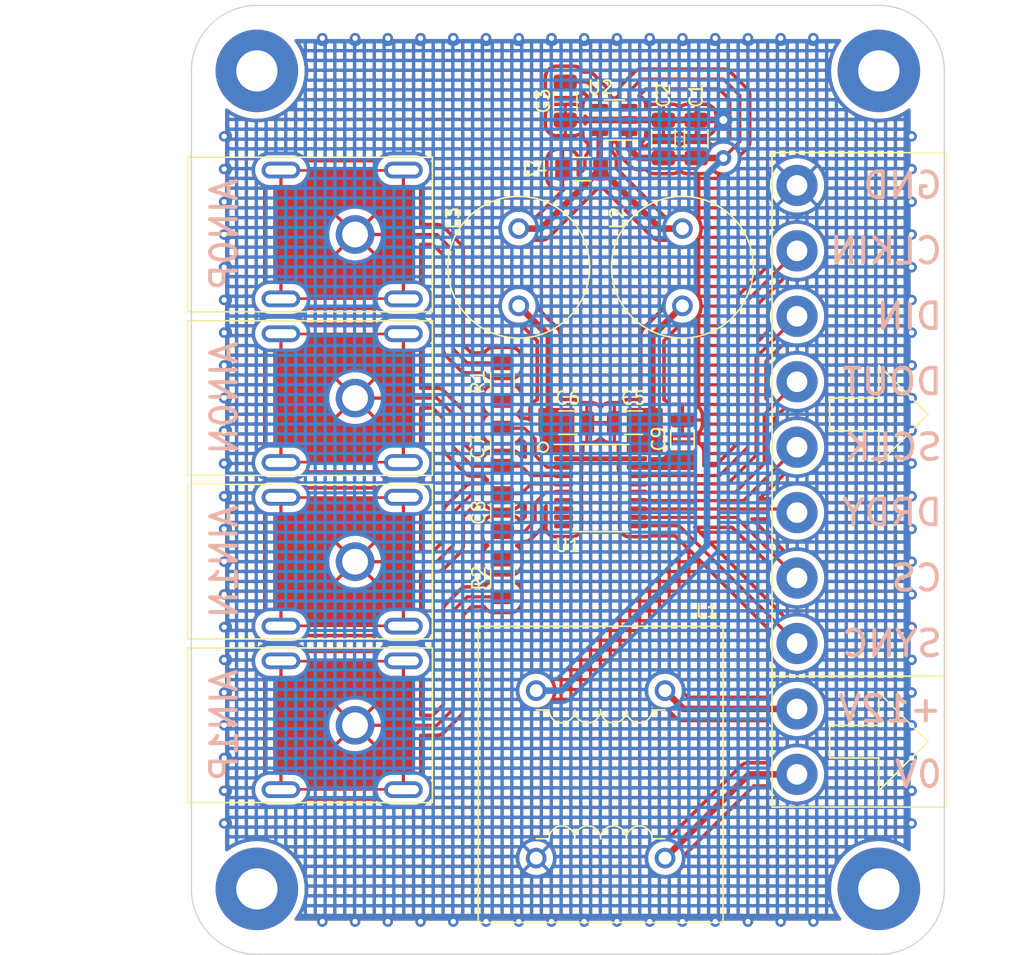
<source format=kicad_pcb>
(kicad_pcb (version 20221018) (generator pcbnew)
  (layers (0 "F.Cu" signal) (31 "B.Cu" signal) (34 "B.Paste" user) (35 "F.Paste" user) (36 "B.SilkS" user "B.Silkscreen") (37 "F.SilkS" user "F.Silkscreen") (38 "B.Mask" user) (39 "F.Mask" user) (44 "Edge.Cuts" user))
  (net 0 "")
  (net 1 "/VIN")
  (net 2 "GNDREF")
  (net 3 "Net-(U2-BP)")
  (net 4 "/VOUT")
  (net 5 "DVDD")
  (net 6 "AVDD")
  (net 7 "AIN0P")
  (net 8 "AIN0N")
  (net 9 "AIN1P")
  (net 10 "AIN1N")
  (net 11 "/CAP")
  (net 12 "Net-(J2-Pin_1)")
  (net 13 "Net-(J4-Pin_1)")
  (net 18 "SYNC")
  (net 19 "CS")
  (net 20 "DRDY")
  (net 21 "SCLK")
  (net 22 "DOUT")
  (net 23 "DIN")
  (net 24 "CLKIN")
  (net 25 "/INPUT-")
  (net 26 "/INPUT+")
  (footprint "Customer_Connector:AMASS_24.245" (layer "F.Cu") (at 99.06 68.58)
    (fp_text reference "J3" hide)
    (fp_text value "Analog_Input")
    (fp_rect (start 6 -6) (end -13 6) (stroke (width 0.12)) (fill none) (layer "F.SilkS"))
    (pad "1" thru_hole oval (at -5.75 -5) (size 3 1.3) (drill oval 2.4 0.7) (layers "*.Cu" "*.Mask") (net 8 "AIN0N"))
    (pad "1" thru_hole oval (at -5.75 5) (size 3 1.3) (drill oval 2.4 0.7) (layers "*.Cu" "*.Mask") (net 8 "AIN0N"))
    (pad "1" thru_hole circle (at 0 0) (size 3 3) (drill 2) (layers "*.Cu" "*.Mask") (net 8 "AIN0N"))
    (pad "1" thru_hole oval (at 3.75 -5) (size 3 1.3) (drill oval 2.4 0.7) (layers "*.Cu" "*.Mask") (net 8 "AIN0N"))
    (pad "1" thru_hole oval (at 3.75 5) (size 3 1.3) (drill oval 2.4 0.7) (layers "*.Cu" "*.Mask") (net 8 "AIN0N"))
  )
  (footprint "Capacitor_SMD:C_1206_3216Metric" (layer "F.Cu") (at 120.65 70.485 180)
    (fp_text reference "C5" (at 0 1.905) (layer "F.SilkS"))
    (fp_text value "100nF 50V 1206 X7R")
    (fp_line (start -0.711252 -0.91) (end 0.711252 -0.91) (stroke (width 0.12)) (layer "F.SilkS"))
    (fp_line (start -0.711252 0.91) (end 0.711252 0.91) (stroke (width 0.12)) (layer "F.SilkS"))
    (pad "1" smd roundrect (at -1.475 0 180) (size 1.15 1.8) (layers "F.Cu" "F.Paste" "F.Mask") (roundrect_rratio 0.217391) (net 5 "DVDD"))
    (pad "2" smd roundrect (at 1.475 0 180) (size 1.15 1.8) (layers "F.Cu" "F.Paste" "F.Mask") (roundrect_rratio 0.217391) (net 2 "GNDREF"))
  )
  (footprint "Customer_Connector:2EDG-5.08mm_8P_Horizontal" (layer "F.Cu") (at 133.35 69.85 90)
    (fp_text reference "J6" hide)
    (fp_text value "Digital_IO")
    (fp_line (start -3.81 6.35) (end -1.27 6.35) (stroke (width 0.12)) (layer "F.SilkS"))
    (fp_line (start -1.27 2.54) (end 1.27 2.54) (stroke (width 0.12)) (layer "F.SilkS"))
    (fp_line (start -1.27 6.35) (end -1.27 2.54) (stroke (width 0.12)) (layer "F.SilkS"))
    (fp_line (start 0 10.16) (end -3.81 6.35) (stroke (width 0.12)) (layer "F.SilkS"))
    (fp_line (start 1.27 2.54) (end 1.27 6.35) (stroke (width 0.12)) (layer "F.SilkS"))
    (fp_line (start 1.27 6.35) (end 3.81 6.35) (stroke (width 0.12)) (layer "F.SilkS"))
    (fp_line (start 3.81 6.35) (end 0 10.16) (stroke (width 0.12)) (layer "F.SilkS"))
    (fp_rect (start -20.32 -1.935) (end 20.32 11.535) (stroke (width 0.12)) (fill none) (layer "F.SilkS"))
    (pad "1" thru_hole circle (at -17.78 0 90) (size 3.2 3.2) (drill 1.6) (layers "*.Cu" "*.Mask") (net 18 "SYNC"))
    (pad "2" thru_hole circle (at -12.7 0 90) (size 3.2 3.2) (drill 1.6) (layers "*.Cu" "*.Mask") (net 19 "CS"))
    (pad "3" thru_hole circle (at -7.62 0 90) (size 3.2 3.2) (drill 1.6) (layers "*.Cu" "*.Mask") (net 20 "DRDY"))
    (pad "4" thru_hole circle (at -2.54 0 90) (size 3.2 3.2) (drill 1.6) (layers "*.Cu" "*.Mask") (net 21 "SCLK"))
    (pad "5" thru_hole circle (at 2.54 0 90) (size 3.2 3.2) (drill 1.6) (layers "*.Cu" "*.Mask") (net 22 "DOUT"))
    (pad "6" thru_hole circle (at 7.62 0 90) (size 3.2 3.2) (drill 1.6) (layers "*.Cu" "*.Mask") (net 23 "DIN"))
    (pad "7" thru_hole circle (at 12.7 0 90) (size 3.2 3.2) (drill 1.6) (layers "*.Cu" "*.Mask") (net 24 "CLKIN"))
    (pad "8" thru_hole circle (at 17.78 0 90) (size 3.2 3.2) (drill 1.6) (layers "*.Cu" "*.Mask") (net 2 "GNDREF"))
  )
  (footprint "Capacitor_SMD:C_1206_3216Metric" (layer "F.Cu") (at 110.49 72.39 -90)
    (fp_text reference "C7" (at 0 1.905 90) (layer "F.SilkS"))
    (fp_text value "10nF 50V 1206 X7R")
    (fp_line (start -0.711252 -0.91) (end 0.711252 -0.91) (stroke (width 0.12)) (layer "F.SilkS"))
    (fp_line (start -0.711252 0.91) (end 0.711252 0.91) (stroke (width 0.12)) (layer "F.SilkS"))
    (pad "1" smd roundrect (at -1.475 0 270) (size 1.15 1.8) (layers "F.Cu" "F.Paste" "F.Mask") (roundrect_rratio 0.217391) (net 7 "AIN0P"))
    (pad "2" smd roundrect (at 1.475 0 270) (size 1.15 1.8) (layers "F.Cu" "F.Paste" "F.Mask") (roundrect_rratio 0.217391) (net 8 "AIN0N"))
  )
  (footprint "Capacitor_SMD:C_1206_3216Metric" (layer "F.Cu") (at 110.49 77.47 90)
    (fp_text reference "C8" (at 0 -1.85 90) (layer "F.SilkS"))
    (fp_text value "10nF 50V 1206 X7R")
    (fp_line (start -0.711252 -0.91) (end 0.711252 -0.91) (stroke (width 0.12)) (layer "F.SilkS"))
    (fp_line (start -0.711252 0.91) (end 0.711252 0.91) (stroke (width 0.12)) (layer "F.SilkS"))
    (pad "1" smd roundrect (at -1.475 0 90) (size 1.15 1.8) (layers "F.Cu" "F.Paste" "F.Mask") (roundrect_rratio 0.217391) (net 9 "AIN1P"))
    (pad "2" smd roundrect (at 1.475 0 90) (size 1.15 1.8) (layers "F.Cu" "F.Paste" "F.Mask") (roundrect_rratio 0.217391) (net 10 "AIN1N"))
  )
  (footprint "MountingHole:MountingHole_3.2mm_M3_Pad" (layer "F.Cu") (at 139.7 43.18)
    (fp_text reference "REF**" hide)
    (fp_text value "MountingHole_3.2mm_M3_Pad")
    (pad "1" thru_hole circle (at 0 0) (size 6.4 6.4) (drill 3.2) (layers "*.Cu" "*.Mask"))
  )
  (footprint "Customer_Connector:AMASS_24.245" (layer "F.Cu") (at 99.06 93.98)
    (fp_text reference "J4" hide)
    (fp_text value "Analog_Input")
    (fp_rect (start 6 -6) (end -13 6) (stroke (width 0.12)) (fill none) (layer "F.SilkS"))
    (pad "1" thru_hole oval (at -5.75 -5) (size 3 1.3) (drill oval 2.4 0.7) (layers "*.Cu" "*.Mask") (net 13 "Net-(J4-Pin_1)"))
    (pad "1" thru_hole oval (at -5.75 5) (size 3 1.3) (drill oval 2.4 0.7) (layers "*.Cu" "*.Mask") (net 13 "Net-(J4-Pin_1)"))
    (pad "1" thru_hole circle (at 0 0) (size 3 3) (drill 2) (layers "*.Cu" "*.Mask") (net 13 "Net-(J4-Pin_1)"))
    (pad "1" thru_hole oval (at 3.75 -5) (size 3 1.3) (drill oval 2.4 0.7) (layers "*.Cu" "*.Mask") (net 13 "Net-(J4-Pin_1)"))
    (pad "1" thru_hole oval (at 3.75 5) (size 3 1.3) (drill oval 2.4 0.7) (layers "*.Cu" "*.Mask") (net 13 "Net-(J4-Pin_1)"))
  )
  (footprint "Customer_Connector:AMASS_24.245" (layer "F.Cu") (at 99.06 81.28)
    (fp_text reference "J5" hide)
    (fp_text value "Analog_Input")
    (fp_rect (start 6 -6) (end -13 6) (stroke (width 0.12)) (fill none) (layer "F.SilkS"))
    (pad "1" thru_hole oval (at -5.75 -5) (size 3 1.3) (drill oval 2.4 0.7) (layers "*.Cu" "*.Mask") (net 10 "AIN1N"))
    (pad "1" thru_hole oval (at -5.75 5) (size 3 1.3) (drill oval 2.4 0.7) (layers "*.Cu" "*.Mask") (net 10 "AIN1N"))
    (pad "1" thru_hole circle (at 0 0) (size 3 3) (drill 2) (layers "*.Cu" "*.Mask") (net 10 "AIN1N"))
    (pad "1" thru_hole oval (at 3.75 -5) (size 3 1.3) (drill oval 2.4 0.7) (layers "*.Cu" "*.Mask") (net 10 "AIN1N"))
    (pad "1" thru_hole oval (at 3.75 5) (size 3 1.3) (drill oval 2.4 0.7) (layers "*.Cu" "*.Mask") (net 10 "AIN1N"))
  )
  (footprint "Capacitor_SMD:C_1206_3216Metric" (layer "F.Cu") (at 115.57 70.485)
    (fp_text reference "C6" (at 0 -1.905) (layer "F.SilkS"))
    (fp_text value "100nF 50V 1206 X7R")
    (fp_line (start -0.711252 -0.91) (end 0.711252 -0.91) (stroke (width 0.12)) (layer "F.SilkS"))
    (fp_line (start -0.711252 0.91) (end 0.711252 0.91) (stroke (width 0.12)) (layer "F.SilkS"))
    (pad "1" smd roundrect (at -1.475 0) (size 1.15 1.8) (layers "F.Cu" "F.Paste" "F.Mask") (roundrect_rratio 0.217391) (net 6 "AVDD"))
    (pad "2" smd roundrect (at 1.475 0) (size 1.15 1.8) (layers "F.Cu" "F.Paste" "F.Mask") (roundrect_rratio 0.217391) (net 2 "GNDREF"))
  )
  (footprint "Capacitor_SMD:C_1206_3216Metric" (layer "F.Cu") (at 124.46 71.755 90)
    (fp_text reference "C9" (at 0 -1.85 90) (layer "F.SilkS"))
    (fp_text value "220nF 50V 1206 X7R")
    (fp_line (start -0.711252 -0.91) (end 0.711252 -0.91) (stroke (width 0.12)) (layer "F.SilkS"))
    (fp_line (start -0.711252 0.91) (end 0.711252 0.91) (stroke (width 0.12)) (layer "F.SilkS"))
    (pad "1" smd roundrect (at -1.475 0 90) (size 1.15 1.8) (layers "F.Cu" "F.Paste" "F.Mask") (roundrect_rratio 0.217391) (net 11 "/CAP"))
    (pad "2" smd roundrect (at 1.475 0 90) (size 1.15 1.8) (layers "F.Cu" "F.Paste" "F.Mask") (roundrect_rratio 0.217391) (net 2 "GNDREF"))
  )
  (footprint "Resistor_SMD:R_1206_3216Metric" (layer "F.Cu") (at 110.49 67.31 -90)
    (fp_text reference "R1" (at 0 1.905 90) (layer "F.SilkS"))
    (fp_text value "82R 1206")
    (fp_line (start -0.727064 -0.91) (end 0.727064 -0.91) (stroke (width 0.12)) (layer "F.SilkS"))
    (fp_line (start -0.727064 0.91) (end 0.727064 0.91) (stroke (width 0.12)) (layer "F.SilkS"))
    (pad "1" smd roundrect (at -1.4625 0 270) (size 1.125 1.75) (layers "F.Cu" "F.Paste" "F.Mask") (roundrect_rratio 0.222222) (net 12 "Net-(J2-Pin_1)"))
    (pad "2" smd roundrect (at 1.4625 0 270) (size 1.125 1.75) (layers "F.Cu" "F.Paste" "F.Mask") (roundrect_rratio 0.222222) (net 7 "AIN0P"))
  )
  (footprint "Customer_Passive:Inductor_THT_10x16" (layer "F.Cu") (at 111.76 58.42 -90)
    (fp_text reference "L3" (at -3.81 5.08 90 unlocked) (layer "F.SilkS"))
    (fp_text value "10*16 100mH")
    (fp_circle (center 0 0) (end 5.5 0) (stroke (width 0.12)) (fill none) (layer "F.SilkS"))
    (pad "1" thru_hole circle (at -3 0 270) (size 1.6 1.6) (drill 1) (layers "*.Cu" "*.Mask") (net 4 "/VOUT"))
    (pad "2" thru_hole circle (at 3 0 270) (size 1.6 1.6) (drill 1) (layers "*.Cu" "*.Mask") (net 6 "AVDD"))
  )
  (footprint "Package_TO_SOT_SMD:SOT-23-5" (layer "F.Cu") (at 119.175 46.99 180)
    (fp_text reference "U2" (at 1.065 2.54) (layer "F.SilkS"))
    (fp_text value "LP2985-3.3")
    (fp_line (start 0 -1.56) (end -1.8 -1.56) (stroke (width 0.12)) (layer "F.SilkS"))
    (fp_line (start 0 -1.56) (end 0.8 -1.56) (stroke (width 0.12)) (layer "F.SilkS"))
    (fp_line (start 0 1.56) (end -0.8 1.56) (stroke (width 0.12)) (layer "F.SilkS"))
    (fp_line (start 0 1.56) (end 0.8 1.56) (stroke (width 0.12)) (layer "F.SilkS"))
    (pad "1" smd roundrect (at -1.1375 -0.95 180) (size 1.325 0.6) (layers "F.Cu" "F.Paste" "F.Mask") (net 1 "/VIN"))
    (pad "2" smd roundrect (at -1.1375 0 180) (size 1.325 0.6) (layers "F.Cu" "F.Paste" "F.Mask") (net 2 "GNDREF"))
    (pad "3" smd roundrect (at -1.1375 0.95 180) (size 1.325 0.6) (layers "F.Cu" "F.Paste" "F.Mask") (net 1 "/VIN"))
    (pad "4" smd roundrect (at 1.1375 0.95 180) (size 1.325 0.6) (layers "F.Cu" "F.Paste" "F.Mask") (net 3 "Net-(U2-BP)"))
    (pad "5" smd roundrect (at 1.1375 -0.95 180) (size 1.325 0.6) (layers "F.Cu" "F.Paste" "F.Mask") (net 4 "/VOUT"))
  )
  (footprint "MountingHole:MountingHole_3.2mm_M3_Pad" (layer "F.Cu") (at 139.7 106.68)
    (fp_text reference "REF**" hide)
    (fp_text value "MountingHole_3.2mm_M3_Pad")
    (pad "1" thru_hole circle (at 0 0) (size 6.4 6.4) (drill 3.2) (layers "*.Cu" "*.Mask"))
  )
  (footprint "Resistor_SMD:R_1206_3216Metric" (layer "F.Cu") (at 110.49 82.55 90)
    (fp_text reference "R2" (at 0 -1.82 90) (layer "F.SilkS"))
    (fp_text value "82R 1206")
    (fp_line (start -0.727064 -0.91) (end 0.727064 -0.91) (stroke (width 0.12)) (layer "F.SilkS"))
    (fp_line (start -0.727064 0.91) (end 0.727064 0.91) (stroke (width 0.12)) (layer "F.SilkS"))
    (pad "1" smd roundrect (at -1.4625 0 90) (size 1.125 1.75) (layers "F.Cu" "F.Paste" "F.Mask") (roundrect_rratio 0.222222) (net 13 "Net-(J4-Pin_1)"))
    (pad "2" smd roundrect (at 1.4625 0 90) (size 1.125 1.75) (layers "F.Cu" "F.Paste" "F.Mask") (roundrect_rratio 0.222222) (net 9 "AIN1P"))
  )
  (footprint "Customer_Connector:AMASS_24.245" (layer "F.Cu") (at 99.06 55.88)
    (fp_text reference "J2" hide)
    (fp_text value "Analog_Input")
    (fp_rect (start 6 -6) (end -13 6) (stroke (width 0.12)) (fill none) (layer "F.SilkS"))
    (pad "1" thru_hole oval (at -5.75 -5) (size 3 1.3) (drill oval 2.4 0.7) (layers "*.Cu" "*.Mask") (net 12 "Net-(J2-Pin_1)"))
    (pad "1" thru_hole oval (at -5.75 5) (size 3 1.3) (drill oval 2.4 0.7) (layers "*.Cu" "*.Mask") (net 12 "Net-(J2-Pin_1)"))
    (pad "1" thru_hole circle (at 0 0) (size 3 3) (drill 2) (layers "*.Cu" "*.Mask") (net 12 "Net-(J2-Pin_1)"))
    (pad "1" thru_hole oval (at 3.75 -5) (size 3 1.3) (drill oval 2.4 0.7) (layers "*.Cu" "*.Mask") (net 12 "Net-(J2-Pin_1)"))
    (pad "1" thru_hole oval (at 3.75 5) (size 3 1.3) (drill oval 2.4 0.7) (layers "*.Cu" "*.Mask") (net 12 "Net-(J2-Pin_1)"))
  )
  (footprint "Customer_Connector:2EDG-5.08mm_2P_Horizontal" (layer "F.Cu") (at 133.35 95.25 90)
    (fp_text reference "J1" hide)
    (fp_text value "Power_Input")
    (fp_line (start -3.81 6.35) (end -1.27 6.35) (stroke (width 0.12)) (layer "F.SilkS"))
    (fp_line (start -1.27 2.54) (end 1.27 2.54) (stroke (width 0.12)) (layer "F.SilkS"))
    (fp_line (start -1.27 6.35) (end -1.27 2.54) (stroke (width 0.12)) (layer "F.SilkS"))
    (fp_line (start 0 10.16) (end -3.81 6.35) (stroke (width 0.12)) (layer "F.SilkS"))
    (fp_line (start 1.27 2.54) (end 1.27 6.35) (stroke (width 0.12)) (layer "F.SilkS"))
    (fp_line (start 1.27 6.35) (end 3.81 6.35) (stroke (width 0.12)) (layer "F.SilkS"))
    (fp_line (start 3.81 6.35) (end 0 10.16) (stroke (width 0.12)) (layer "F.SilkS"))
    (fp_rect (start -5.08 -1.935) (end 5.08 11.535) (stroke (width 0.12)) (fill none) (layer "F.SilkS"))
    (pad "1" thru_hole circle (at -2.54 0 90) (size 3.2 3.2) (drill 1.6) (layers "*.Cu" "*.Mask") (net 25 "/INPUT-"))
    (pad "2" thru_hole circle (at 2.54 0 90) (size 3.2 3.2) (drill 1.6) (layers "*.Cu" "*.Mask") (net 26 "/INPUT+"))
  )
  (footprint "Capacitor_SMD:C_1206_3216Metric" (layer "F.Cu") (at 122.985 48.465 90)
    (fp_text reference "C2" (at 3.38 0 90) (layer "F.SilkS"))
    (fp_text value "100nF 50V 1206 X7R")
    (fp_line (start -0.711252 -0.91) (end 0.711252 -0.91) (stroke (width 0.12)) (layer "F.SilkS"))
    (fp_line (start -0.711252 0.91) (end 0.711252 0.91) (stroke (width 0.12)) (layer "F.SilkS"))
    (pad "1" smd roundrect (at -1.475 0 90) (size 1.15 1.8) (layers "F.Cu" "F.Paste" "F.Mask") (roundrect_rratio 0.217391) (net 1 "/VIN"))
    (pad "2" smd roundrect (at 1.475 0 90) (size 1.15 1.8) (layers "F.Cu" "F.Paste" "F.Mask") (roundrect_rratio 0.217391) (net 2 "GNDREF"))
  )
  (footprint "MountingHole:MountingHole_3.2mm_M3_Pad" (layer "F.Cu") (at 91.44 43.18)
    (fp_text reference "REF**" hide)
    (fp_text value "MountingHole_3.2mm_M3_Pad")
    (pad "1" thru_hole circle (at 0 0) (size 6.4 6.4) (drill 3.2) (layers "*.Cu" "*.Mask"))
  )
  (footprint "Capacitor_SMD:C_1206_3216Metric" (layer "F.Cu") (at 116.635 50.8 180)
    (fp_text reference "C4" (at 3.605 0) (layer "F.SilkS"))
    (fp_text value "4.7uF 50V 1206 X7R")
    (fp_line (start -0.711252 -0.91) (end 0.711252 -0.91) (stroke (width 0.12)) (layer "F.SilkS"))
    (fp_line (start -0.711252 0.91) (end 0.711252 0.91) (stroke (width 0.12)) (layer "F.SilkS"))
    (pad "1" smd roundrect (at -1.475 0 180) (size 1.15 1.8) (layers "F.Cu" "F.Paste" "F.Mask") (roundrect_rratio 0.217391) (net 4 "/VOUT"))
    (pad "2" smd roundrect (at 1.475 0 180) (size 1.15 1.8) (layers "F.Cu" "F.Paste" "F.Mask") (roundrect_rratio 0.217391) (net 2 "GNDREF"))
  )
  (footprint "Capacitor_SMD:C_1206_3216Metric" (layer "F.Cu") (at 115.365 45.515 -90)
    (fp_text reference "C3" (at 0 1.7 90) (layer "F.SilkS"))
    (fp_text value "10nF 50V 1206 X7R")
    (fp_line (start -0.711252 -0.91) (end 0.711252 -0.91) (stroke (width 0.12)) (layer "F.SilkS"))
    (fp_line (start -0.711252 0.91) (end 0.711252 0.91) (stroke (width 0.12)) (layer "F.SilkS"))
    (pad "1" smd roundrect (at -1.475 0 270) (size 1.15 1.8) (layers "F.Cu" "F.Paste" "F.Mask") (roundrect_rratio 0.217391) (net 3 "Net-(U2-BP)"))
    (pad "2" smd roundrect (at 1.475 0 270) (size 1.15 1.8) (layers "F.Cu" "F.Paste" "F.Mask") (roundrect_rratio 0.217391) (net 2 "GNDREF"))
  )
  (footprint "Customer_Passive:Inductor_Coupled_THT_UF16" (layer "F.Cu") (at 118.11 97.79 90)
    (fp_text reference "L1" (at 12.7 8.255 unlocked) (layer "F.SilkS"))
    (fp_text value "UF16 200mH")
    (fp_line (start -5 -4) (end -5 -5) (stroke (width 0.12)) (layer "F.SilkS"))
    (fp_line (start -5 4) (end -5 5) (stroke (width 0.12)) (layer "F.SilkS"))
    (fp_line (start 5 -4) (end 5 -5) (stroke (width 0.12)) (layer "F.SilkS"))
    (fp_line (start 5 4) (end 5 5) (stroke (width 0.12)) (layer "F.SilkS"))
    (fp_rect (start -11.5 -9.5) (end 11.5 9.5) (stroke (width 0.12)) (fill none) (layer "F.SilkS"))
    (fp_arc (start -5 -4) (mid -4 -3) (end -5 -2) (stroke (width 0.12)) (layer "F.SilkS"))
    (fp_arc (start -5 -2) (mid -4 -1) (end -5 0) (stroke (width 0.12)) (layer "F.SilkS"))
    (fp_arc (start -5 0) (mid -4 1) (end -5 2) (stroke (width 0.12)) (layer "F.SilkS"))
    (fp_arc (start -5 2) (mid -4 3) (end -5 4) (stroke (width 0.12)) (layer "F.SilkS"))
    (fp_arc (start 5 -2) (mid 4 -3) (end 5 -4) (stroke (width 0.12)) (layer "F.SilkS"))
    (fp_arc (start 5 0) (mid 4 -1) (end 5 -2) (stroke (width 0.12)) (layer "F.SilkS"))
    (fp_arc (start 5 2) (mid 4 1) (end 5 0) (stroke (width 0.12)) (layer "F.SilkS"))
    (fp_arc (start 5 4) (mid 4 3) (end 5 2) (stroke (width 0.12)) (layer "F.SilkS"))
    (pad "1" thru_hole circle (at 6.5 5 90) (size 1.6 1.6) (drill 1) (layers "*.Cu" "*.Mask") (net 26 "/INPUT+"))
    (pad "2" thru_hole circle (at 6.5 -5 90) (size 1.6 1.6) (drill 1) (layers "*.Cu" "*.Mask") (net 1 "/VIN"))
    (pad "3" thru_hole circle (at -6.5 -5 90) (size 1.6 1.6) (drill 1) (layers "*.Cu" "*.Mask") (net 2 "GNDREF"))
    (pad "4" thru_hole circle (at -6.5 5 90) (size 1.6 1.6) (drill 1) (layers "*.Cu" "*.Mask") (net 25 "/INPUT-"))
  )
  (footprint "MountingHole:MountingHole_3.2mm_M3_Pad" (layer "F.Cu") (at 91.44 106.68)
    (fp_text reference "REF**" hide)
    (fp_text value "MountingHole_3.2mm_M3_Pad")
    (pad "1" thru_hole circle (at 0 0) (size 6.4 6.4) (drill 3.2) (layers "*.Cu" "*.Mask"))
  )
  (footprint "Capacitor_SMD:C_1206_3216Metric" (layer "F.Cu") (at 125.525 48.465 90)
    (fp_text reference "C1" (at 3.38 0 90) (layer "F.SilkS"))
    (fp_text value "4.7uF 50V 1206 X7R")
    (fp_line (start -0.711252 -0.91) (end 0.711252 -0.91) (stroke (width 0.12)) (layer "F.SilkS"))
    (fp_line (start -0.711252 0.91) (end 0.711252 0.91) (stroke (width 0.12)) (layer "F.SilkS"))
    (pad "1" smd roundrect (at -1.475 0 90) (size 1.15 1.8) (layers "F.Cu" "F.Paste" "F.Mask") (roundrect_rratio 0.217391) (net 1 "/VIN"))
    (pad "2" smd roundrect (at 1.475 0 90) (size 1.15 1.8) (layers "F.Cu" "F.Paste" "F.Mask") (roundrect_rratio 0.217391) (net 2 "GNDREF"))
  )
  (footprint "Customer_Passive:Inductor_THT_10x16" (layer "F.Cu") (at 124.46 58.42 -90)
    (fp_text reference "L2" (at -3.81 5.08 90 unlocked) (layer "F.SilkS"))
    (fp_text value "10*16 100mH")
    (fp_circle (center 0 0) (end 5.5 0) (stroke (width 0.12)) (fill none) (layer "F.SilkS"))
    (pad "1" thru_hole circle (at -3 0 270) (size 1.6 1.6) (drill 1) (layers "*.Cu" "*.Mask") (net 4 "/VOUT"))
    (pad "2" thru_hole circle (at 3 0 270) (size 1.6 1.6) (drill 1) (layers "*.Cu" "*.Mask") (net 5 "DVDD"))
  )
  (footprint "Package_SO:TSSOP-20_4.4x6.5mm_P0.65mm" (layer "F.Cu") (at 118.11 75.565)
    (fp_text reference "U1" (at -2.54 4.445) (layer "F.SilkS"))
    (fp_text value "ADS131M02_TSSOP20")
    (fp_line (start 0 -3.385) (end -3.6 -3.385) (stroke (width 0.12)) (layer "F.SilkS"))
    (fp_line (start 0 -3.385) (end 2.2 -3.385) (stroke (width 0.12)) (layer "F.SilkS"))
    (fp_line (start 0 3.385) (end -2.2 3.385) (stroke (width 0.12)) (layer "F.SilkS"))
    (fp_line (start 0 3.385) (end 2.2 3.385) (stroke (width 0.12)) (layer "F.SilkS"))
    (pad "1" smd roundrect (at -2.8625 -2.925) (size 1.475 0.4) (layers "F.Cu" "F.Paste" "F.Mask") (net 6 "AVDD"))
    (pad "2" smd roundrect (at -2.8625 -2.275) (size 1.475 0.4) (layers "F.Cu" "F.Paste" "F.Mask") (net 2 "GNDREF"))
    (pad "3" smd roundrect (at -2.8625 -1.625) (size 1.475 0.4) (layers "F.Cu" "F.Paste" "F.Mask") (net 7 "AIN0P"))
    (pad "4" smd roundrect (at -2.8625 -0.975) (size 1.475 0.4) (layers "F.Cu" "F.Paste" "F.Mask") (net 8 "AIN0N"))
    (pad "5" smd roundrect (at -2.8625 -0.325) (size 1.475 0.4) (layers "F.Cu" "F.Paste" "F.Mask") (net 10 "AIN1N"))
    (pad "6" smd roundrect (at -2.8625 0.325) (size 1.475 0.4) (layers "F.Cu" "F.Paste" "F.Mask") (net 9 "AIN1P"))
    (pad "7" smd roundrect (at -2.8625 0.975) (size 1.475 0.4) (layers "F.Cu" "F.Paste" "F.Mask"))
    (pad "8" smd roundrect (at -2.8625 1.625) (size 1.475 0.4) (layers "F.Cu" "F.Paste" "F.Mask"))
    (pad "9" smd roundrect (at -2.8625 2.275) (size 1.475 0.4) (layers "F.Cu" "F.Paste" "F.Mask"))
    (pad "10" smd roundrect (at -2.8625 2.925) (size 1.475 0.4) (layers "F.Cu" "F.Paste" "F.Mask"))
    (pad "11" smd roundrect (at 2.8625 2.925) (size 1.475 0.4) (layers "F.Cu" "F.Paste" "F.Mask") (net 18 "SYNC"))
    (pad "12" smd roundrect (at 2.8625 2.275) (size 1.475 0.4) (layers "F.Cu" "F.Paste" "F.Mask") (net 19 "CS"))
    (pad "13" smd roundrect (at 2.8625 1.625) (size 1.475 0.4) (layers "F.Cu" "F.Paste" "F.Mask") (net 20 "DRDY"))
    (pad "14" smd roundrect (at 2.8625 0.975) (size 1.475 0.4) (layers "F.Cu" "F.Paste" "F.Mask") (net 21 "SCLK"))
    (pad "15" smd roundrect (at 2.8625 0.325) (size 1.475 0.4) (layers "F.Cu" "F.Paste" "F.Mask") (net 22 "DOUT"))
    (pad "16" smd roundrect (at 2.8625 -0.325) (size 1.475 0.4) (layers "F.Cu" "F.Paste" "F.Mask") (net 23 "DIN"))
    (pad "17" smd roundrect (at 2.8625 -0.975) (size 1.475 0.4) (layers "F.Cu" "F.Paste" "F.Mask") (net 24 "CLKIN"))
    (pad "18" smd roundrect (at 2.8625 -1.625) (size 1.475 0.4) (layers "F.Cu" "F.Paste" "F.Mask") (net 11 "/CAP"))
    (pad "19" smd roundrect (at 2.8625 -2.275) (size 1.475 0.4) (layers "F.Cu" "F.Paste" "F.Mask") (net 2 "GNDREF"))
    (pad "20" smd roundrect (at 2.8625 -2.925) (size 1.475 0.4) (layers "F.Cu" "F.Paste" "F.Mask") (net 5 "DVDD"))
  )
  (gr_circle (center 113.665 72.39) (end 114.046 72.39) (stroke (width 0.15)) (fill none) (layer "F.SilkS"))
  (gr_arc (start 139.7 38.1) (mid 143.292102 39.587898) (end 144.78 43.18) (stroke (width 0.1)) (layer "Edge.Cuts"))
  (gr_arc (start 144.78 106.68) (mid 143.292102 110.272102) (end 139.7 111.76) (stroke (width 0.1)) (layer "Edge.Cuts"))
  (gr_line (start 86.36 106.68) (end 86.36 43.18) (stroke (width 0.1)) (layer "Edge.Cuts"))
  (gr_arc (start 91.44 111.76) (mid 87.847898 110.272102) (end 86.36 106.68) (stroke (width 0.1)) (layer "Edge.Cuts"))
  (gr_line (start 139.7 111.76) (end 91.44 111.76) (stroke (width 0.1)) (layer "Edge.Cuts"))
  (gr_line (start 144.78 43.18) (end 144.78 106.68) (stroke (width 0.1)) (layer "Edge.Cuts"))
  (gr_arc (start 86.36 43.18) (mid 87.847898 39.587898) (end 91.44 38.1) (stroke (width 0.1)) (layer "Edge.Cuts"))
  (gr_line (start 91.44 38.1) (end 139.7 38.1) (stroke (width 0.1)) (layer "Edge.Cuts"))
  (gr_text "CS" (at 144.78 82.55) (layer "B.SilkS") (effects (font (size 2 2) (thickness 0.3)) (justify left mirror)))
  (gr_text "AIN0P" (at 88.9 55.88 90) (layer "B.SilkS") (effects (font (size 2 2) (thickness 0.3)) (justify mirror)))
  (gr_text "AIN1N" (at 88.9 81.28 90) (layer "B.SilkS") (effects (font (size 2 2) (thickness 0.3)) (justify mirror)))
  (gr_text "DOUT" (at 144.78 67.31) (layer "B.SilkS") (effects (font (size 2 2) (thickness 0.3)) (justify left mirror)))
  (gr_text "DIN" (at 144.78 62.23) (layer "B.SilkS") (effects (font (size 2 2) (thickness 0.3)) (justify left mirror)))
  (gr_text "CLKIN" (at 144.78 57.15) (layer "B.SilkS") (effects (font (size 2 2) (thickness 0.3)) (justify left mirror)))
  (gr_text "+12V" (at 144.78 92.71) (layer "B.SilkS") (effects (font (size 2 2) (thickness 0.3)) (justify left mirror)))
  (gr_text "AIN1P" (at 88.9 93.98 90) (layer "B.SilkS") (effects (font (size 2 2) (thickness 0.3)) (justify mirror)))
  (gr_text "DRDY" (at 144.78 77.47) (layer "B.SilkS") (effects (font (size 2 2) (thickness 0.3)) (justify left mirror)))
  (gr_text "0V" (at 144.78 97.79) (layer "B.SilkS") (effects (font (size 2 2) (thickness 0.3)) (justify left mirror)))
  (gr_text "GND" (at 144.78 52.07) (layer "B.SilkS") (effects (font (size 2 2) (thickness 0.3)) (justify left mirror)))
  (gr_text "AIN0N" (at 88.9 68.58 90) (layer "B.SilkS") (effects (font (size 2 2) (thickness 0.3)) (justify mirror)))
  (gr_text "SYNC" (at 144.78 87.63) (layer "B.SilkS") (effects (font (size 2 2) (thickness 0.3)) (justify left mirror)))
  (gr_text "SCLK" (at 144.78 72.39) (layer "B.SilkS") (effects (font (size 2 2) (thickness 0.3)) (justify left mirror)))
  (segment (start 127.635 43.815) (end 128.905 45.085) (width 0.254) (layer "F.Cu") (net 1))
  (segment (start 128.905 45.085) (end 128.905 48.67) (width 0.254) (layer "F.Cu") (net 1))
  (segment (start 121.06 49.94) (end 122.985 49.94) (width 0.508) (layer "F.Cu") (net 1))
  (segment (start 120.3125 44.7875) (end 121.285 43.815) (width 0.254) (layer "F.Cu") (net 1))
  (segment (start 127.635 49.94) (end 125.525 49.94) (width 0.508) (layer "F.Cu") (net 1))
  (segment (start 120.3125 47.94) (end 120.3125 49.1925) (width 0.508) (layer "F.Cu") (net 1))
  (segment (start 120.3125 49.1925) (end 121.06 49.94) (width 0.508) (layer "F.Cu") (net 1))
  (segment (start 120.3125 46.04) (end 120.3125 44.7875) (width 0.254) (layer "F.Cu") (net 1))
  (segment (start 128.905 48.67) (end 127.635 49.94) (width 0.254) (layer "F.Cu") (net 1))
  (segment (start 125.525 49.94) (end 122.985 49.94) (width 0.508) (layer "F.Cu") (net 1))
  (segment (start 121.285 43.815) (end 127.635 43.815) (width 0.254) (layer "F.Cu") (net 1))
  (via (at 127.635 49.94) (size 1.2192) (drill 0.6096) (layers "F.Cu" "B.Cu") (net 1))
  (segment (start 113.11 91.29) (end 115.085 91.29) (width 0.508) (layer "B.Cu") (net 1))
  (segment (start 126.365 80.01) (end 126.365 51.21) (width 0.508) (layer "B.Cu") (net 1))
  (segment (start 126.365 51.21) (end 127.635 49.94) (width 0.508) (layer "B.Cu") (net 1))
  (segment (start 115.085 91.29) (end 126.365 80.01) (width 0.508) (layer "B.Cu") (net 1))
  (segment (start 115.2475 73.29) (end 120.9725 73.29) (width 0.381) (layer "F.Cu") (net 2))
  (segment (start 122.985 46.99) (end 120.3125 46.99) (width 0.508) (layer "F.Cu") (net 2))
  (segment (start 125.525 46.99) (end 122.985 46.99) (width 0.508) (layer "F.Cu") (net 2))
  (segment (start 120.3125 46.99) (end 115.365 46.99) (width 0.508) (layer "F.Cu") (net 2))
  (segment (start 127.635 46.99) (end 125.525 46.99) (width 0.508) (layer "F.Cu") (net 2))
  (via (at 142.24 83.82) (size 0.8128) (drill 0.4064) (layers "F.Cu" "B.Cu") (net 2))
  (via (at 142.24 91.44) (size 0.8128) (drill 0.4064) (layers "F.Cu" "B.Cu") (net 2))
  (via (at 88.9 48.26) (size 0.8128) (drill 0.4064) (layers "F.Cu" "B.Cu") (net 2))
  (via (at 88.9 101.6) (size 0.8128) (drill 0.4064) (layers "F.Cu" "B.Cu") (net 2))
  (via (at 109.22 109.22) (size 0.8128) (drill 0.4064) (layers "F.Cu" "B.Cu") (net 2))
  (via (at 116.84 40.64) (size 0.8128) (drill 0.4064) (layers "F.Cu" "B.Cu") (net 2))
  (via (at 88.9 76.2) (size 0.8128) (drill 0.4064) (layers "F.Cu" "B.Cu") (net 2))
  (via (at 88.9 88.9) (size 0.8128) (drill 0.4064) (layers "F.Cu" "B.Cu") (net 2))
  (via (at 142.24 55.88) (size 0.8128) (drill 0.4064) (layers "F.Cu" "B.Cu") (net 2))
  (via (at 99.06 109.22) (size 0.8128) (drill 0.4064) (layers "F.Cu" "B.Cu") (net 2))
  (via (at 142.24 101.6) (size 0.8128) (drill 0.4064) (layers "F.Cu" "B.Cu") (net 2))
  (via (at 116.84 109.22) (size 0.8128) (drill 0.4064) (layers "F.Cu" "B.Cu") (net 2))
  (via (at 101.6 40.64) (size 0.8128) (drill 0.4064) (layers "F.Cu" "B.Cu") (net 2))
  (via (at 134.62 109.22) (size 0.8128) (drill 0.4064) (layers "F.Cu" "B.Cu") (net 2))
  (via (at 142.24 73.66) (size 0.8128) (drill 0.4064) (layers "F.Cu" "B.Cu") (net 2))
  (via (at 127 109.22) (size 0.8128) (drill 0.4064) (layers "F.Cu" "B.Cu") (net 2))
  (via (at 142.24 58.42) (size 0.8128) (drill 0.4064) (layers "F.Cu" "B.Cu") (net 2))
  (via (at 119.38 40.64) (size 0.8128) (drill 0.4064) (layers "F.Cu" "B.Cu") (net 2))
  (via (at 142.24 63.5) (size 0.8128) (drill 0.4064) (layers "F.Cu" "B.Cu") (net 2))
  (via (at 142.24 71.12) (size 0.8128) (drill 0.4064) (layers "F.Cu" "B.Cu") (net 2))
  (via (at 88.9 93.98) (size 0.8128) (drill 0.4064) (layers "F.Cu" "B.Cu") (net 2))
  (via (at 142.24 86.36) (size 0.8128) (drill 0.4064) (layers "F.Cu" "B.Cu") (net 2))
  (via (at 142.24 81.28) (size 0.8128) (drill 0.4064) (layers "F.Cu" "B.Cu") (net 2))
  (via (at 88.9 83.82) (size 0.8128) (drill 0.4064) (layers "F.Cu" "B.Cu") (net 2))
  (via (at 127 40.64) (size 0.8128) (drill 0.4064) (layers "F.Cu" "B.Cu") (net 2))
  (via (at 124.46 40.64) (size 0.8128) (drill 0.4064) (layers "F.Cu" "B.Cu") (net 2))
  (via (at 119.38 109.22) (size 0.8128) (drill 0.4064) (layers "F.Cu" "B.Cu") (net 2))
  (via (at 142.24 66.04) (size 0.8128) (drill 0.4064) (layers "F.Cu" "B.Cu") (net 2))
  (via (at 96.52 109.22) (size 0.8128) (drill 0.4064) (layers "F.Cu" "B.Cu") (net 2))
  (via (at 88.9 50.8) (size 0.8128) (drill 0.4064) (layers "F.Cu" "B.Cu") (net 2))
  (via (at 88.9 55.88) (size 0.8128) (drill 0.4064) (layers "F.Cu" "B.Cu") (net 2))
  (via (at 106.68 40.64) (size 0.8128) (drill 0.4064) (layers "F.Cu" "B.Cu") (net 2))
  (via (at 88.9 78.74) (size 0.8128) (drill 0.4064) (layers "F.Cu" "B.Cu") (net 2))
  (via (at 142.24 93.98) (size 0.8128) (drill 0.4064) (layers "F.Cu" "B.Cu") (net 2))
  (via (at 88.9 91.44) (size 0.8128) (drill 0.4064) (layers "F.Cu" "B.Cu") (net 2))
  (via (at 142.24 68.58) (size 0.8128) (drill 0.4064) (layers "F.Cu" "B.Cu") (net 2))
  (via (at 121.92 109.22) (size 0.8128) (drill 0.4064) (layers "F.Cu" "B.Cu") (net 2))
  (via (at 142.24 78.74) (size 0.8128) (drill 0.4064) (layers "F.Cu" "B.Cu") (net 2))
  (via (at 129.54 40.64) (size 0.8128) (drill 0.4064) (layers "F.Cu" "B.Cu") (net 2))
  (via (at 111.76 40.64) (size 0.8128) (drill 0.4064) (layers "F.Cu" "B.Cu") (net 2))
  (via (at 88.9 71.12) (size 0.8128) (drill 0.4064) (layers "F.Cu" "B.Cu") (net 2))
  (via (at 132.08 109.22) (size 0.8128) (drill 0.4064) (layers "F.Cu" "B.Cu") (net 2))
  (via (at 142.24 50.8) (size 0.8128) (drill 0.4064) (layers "F.Cu" "B.Cu") (net 2))
  (via (at 114.3 40.64) (size 0.8128) (drill 0.4064) (layers "F.Cu" "B.Cu") (net 2))
  (via (at 88.9 58.42) (size 0.8128) (drill 0.4064) (layers "F.Cu" "B.Cu") (net 2))
  (via (at 111.76 109.22) (size 0.8128) (drill 0.4064) (layers "F.Cu" "B.Cu") (net 2))
  (via (at 88.9 96.52) (size 0.8128) (drill 0.4064) (layers "F.Cu" "B.Cu") (net 2))
  (via (at 109.22 40.64) (size 0.8128) (drill 0.4064) (layers "F.Cu" "B.Cu") (net 2))
  (via (at 106.68 109.22) (size 0.8128) (drill 0.4064) (layers "F.Cu" "B.Cu") (net 2))
  (via (at 88.9 60.96) (size 0.8128) (drill 0.4064) (layers "F.Cu" "B.Cu") (net 2))
  (via (at 104.14 109.22) (size 0.8128) (drill 0.4064) (layers "F.Cu" "B.Cu") (net 2))
  (via (at 88.9 53.34) (size 0.8128) (drill 0.4064) (layers "F.Cu" "B.Cu") (net 2))
  (via (at 142.24 88.9) (size 0.8128) (drill 0.4064) (layers "F.Cu" "B.Cu") (net 2))
  (via (at 99.06 40.64) (size 0.8128) (drill 0.4064) (layers "F.Cu" "B.Cu") (net 2))
  (via (at 96.52 40.64) (size 0.8128) (drill 0.4064) (layers "F.Cu" "B.Cu") (net 2))
  (via (at 88.9 68.58) (size 0.8128) (drill 0.4064) (layers "F.Cu" "B.Cu") (net 2))
  (via (at 88.9 86.36) (size 0.8128) (drill 0.4064) (layers "F.Cu" "B.Cu") (net 2))
  (via (at 101.6 109.22) (size 0.8128) (drill 0.4064) (layers "F.Cu" "B.Cu") (net 2))
  (via (at 127.635 46.99) (size 1.2192) (drill 0.6096) (layers "F.Cu" "B.Cu") (net 2))
  (via (at 142.24 96.52) (size 0.8128) (drill 0.4064) (layers "F.Cu" "B.Cu") (net 2))
  (via (at 134.62 40.64) (size 0.8128) (drill 0.4064) (layers "F.Cu" "B.Cu") (net 2))
  (via (at 121.92 40.64) (size 0.8128) (drill 0.4064) (layers "F.Cu" "B.Cu") (net 2))
  (via (at 142.24 53.34) (size 0.8128) (drill 0.4064) (layers "F.Cu" "B.Cu") (net 2))
  (via (at 114.3 109.22) (size 0.8128) (drill 0.4064) (layers "F.Cu" "B.Cu") (net 2))
  (via (at 124.46 109.22) (size 0.8128) (drill 0.4064) (layers "F.Cu" "B.Cu") (net 2))
  (via (at 142.24 60.96) (size 0.8128) (drill 0.4064) (layers "F.Cu" "B.Cu") (net 2))
  (via (at 142.24 99.06) (size 0.8128) (drill 0.4064) (layers "F.Cu" "B.Cu") (net 2))
  (via (at 88.9 99.06) (size 0.8128) (drill 0.4064) (layers "F.Cu" "B.Cu") (net 2))
  (via (at 88.9 81.28) (size 0.8128) (drill 0.4064) (layers "F.Cu" "B.Cu") (net 2))
  (via (at 142.24 76.2) (size 0.8128) (drill 0.4064) (layers "F.Cu" "B.Cu") (net 2))
  (via (at 88.9 66.04) (size 0.8128) (drill 0.4064) (layers "F.Cu" "B.Cu") (net 2))
  (via (at 132.08 40.64) (size 0.8128) (drill 0.4064) (layers "F.Cu" "B.Cu") (net 2))
  (via (at 88.9 63.5) (size 0.8128) (drill 0.4064) (layers "F.Cu" "B.Cu") (net 2))
  (via (at 129.54 109.22) (size 0.8128) (drill 0.4064) (layers "F.Cu" "B.Cu") (net 2))
  (via (at 142.24 48.26) (size 0.8128) (drill 0.4064) (layers "F.Cu" "B.Cu") (net 2))
  (via (at 104.14 40.64) (size 0.8128) (drill 0.4064) (layers "F.Cu" "B.Cu") (net 2))
  (via (at 88.9 73.66) (size 0.8128) (drill 0.4064) (layers "F.Cu" "B.Cu") (net 2))
  (segment (start 118.0375 46.04) (end 118.0375 45.0125) (width 0.254) (layer "F.Cu") (net 3))
  (segment (start 117.065 44.04) (end 115.365 44.04) (width 0.254) (layer "F.Cu") (net 3))
  (segment (start 118.0375 45.0125) (end 117.065 44.04) (width 0.254) (layer "F.Cu") (net 3))
  (segment (start 118.0375 50.7275) (end 118.11 50.8) (width 0.508) (layer "F.Cu") (net 4))
  (segment (start 113.49 55.42) (end 118.11 50.8) (width 0.508) (layer "F.Cu") (net 4))
  (segment (start 124.46 55.42) (end 122.73 55.42) (width 0.508) (layer "F.Cu") (net 4))
  (segment (start 118.0375 47.94) (end 118.0375 50.7275) (width 0.508) (layer "F.Cu") (net 4))
  (segment (start 111.76 55.42) (end 113.49 55.42) (width 0.508) (layer "F.Cu") (net 4))
  (segment (start 122.73 55.42) (end 118.11 50.8) (width 0.508) (layer "F.Cu") (net 4))
  (segment (start 122.125 70.485) (end 122.125 63.755) (width 0.508) (layer "F.Cu") (net 5))
  (segment (start 122.125 63.755) (end 124.46 61.42) (width 0.508) (layer "F.Cu") (net 5))
  (segment (start 114.095 70.485) (end 114.095 63.755) (width 0.508) (layer "F.Cu") (net 6))
  (segment (start 114.095 63.755) (end 111.76 61.42) (width 0.508) (layer "F.Cu") (net 6))
  (segment (start 113.03 71.755) (end 112.19 70.915) (width 0.254) (layer "F.Cu") (net 7))
  (segment (start 115.2475 73.94) (end 113.945 73.94) (width 0.254) (layer "F.Cu") (net 7))
  (segment (start 110.49 70.915) (end 110.49 68.7725) (width 0.254) (layer "F.Cu") (net 7))
  (segment (start 112.19 70.915) (end 110.49 70.915) (width 0.254) (layer "F.Cu") (net 7))
  (segment (start 113.945 73.94) (end 113.03 73.025) (width 0.254) (layer "F.Cu") (net 7))
  (segment (start 113.03 73.025) (end 113.03 71.755) (width 0.254) (layer "F.Cu") (net 7))
  (segment (start 108.155 73.865) (end 106.68 72.39) (width 0.254) (layer "F.Cu") (net 8))
  (segment (start 106.68 72.39) (end 106.68 69.85) (width 0.254) (layer "F.Cu") (net 8))
  (segment (start 111.965 73.865) (end 110.49 73.865) (width 0.254) (layer "F.Cu") (net 8))
  (segment (start 106.68 69.85) (end 105.41 68.58) (width 0.254) (layer "F.Cu") (net 8))
  (segment (start 110.49 73.865) (end 108.155 73.865) (width 0.254) (layer "F.Cu") (net 8))
  (segment (start 105.41 68.58) (end 99.06 68.58) (width 0.254) (layer "F.Cu") (net 8))
  (segment (start 115.2475 74.59) (end 112.69 74.59) (width 0.254) (layer "F.Cu") (net 8))
  (segment (start 112.69 74.59) (end 111.965 73.865) (width 0.254) (layer "F.Cu") (net 8))
  (segment (start 115.2475 75.89) (end 113.861 75.89) (width 0.254) (layer "F.Cu") (net 9))
  (segment (start 113.861 75.89) (end 113.03 76.721) (width 0.254) (layer "F.Cu") (net 9))
  (segment (start 113.03 78.105) (end 112.19 78.945) (width 0.254) (layer "F.Cu") (net 9))
  (segment (start 112.19 78.945) (end 110.49 78.945) (width 0.254) (layer "F.Cu") (net 9))
  (segment (start 113.03 76.721) (end 113.03 78.105) (width 0.254) (layer "F.Cu") (net 9))
  (segment (start 110.49 78.945) (end 110.49 81.0875) (width 0.254) (layer "F.Cu") (net 9))
  (segment (start 106.68 77.47) (end 106.68 80.01) (width 0.254) (layer "F.Cu") (net 10))
  (segment (start 105.41 81.28) (end 99.06 81.28) (width 0.254) (layer "F.Cu") (net 10))
  (segment (start 111.965 75.995) (end 110.49 75.995) (width 0.254) (layer "F.Cu") (net 10))
  (segment (start 110.49 75.995) (end 108.155 75.995) (width 0.254) (layer "F.Cu") (net 10))
  (segment (start 112.72 75.24) (end 111.965 75.995) (width 0.254) (layer "F.Cu") (net 10))
  (segment (start 115.2475 75.24) (end 112.72 75.24) (width 0.254) (layer "F.Cu") (net 10))
  (segment (start 108.155 75.995) (end 106.68 77.47) (width 0.254) (layer "F.Cu") (net 10))
  (segment (start 106.68 80.01) (end 105.41 81.28) (width 0.254) (layer "F.Cu") (net 10))
  (segment (start 110.49 65.8475) (end 107.7575 65.8475) (width 0.254) (layer "F.Cu") (net 12))
  (segment (start 107.7575 65.8475) (end 106.68 64.77) (width 0.254) (layer "F.Cu") (net 12))
  (segment (start 105.41 55.88) (end 99.06 55.88) (width 0.254) (layer "F.Cu") (net 12))
  (segment (start 106.68 57.15) (end 105.41 55.88) (width 0.254) (layer "F.Cu") (net 12))
  (segment (start 106.68 64.77) (end 106.68 57.15) (width 0.254) (layer "F.Cu") (net 12))
  (segment (start 107.7575 84.0125) (end 106.68 85.09) (width 0.254) (layer "F.Cu") (net 13))
  (segment (start 105.41 93.98) (end 99.06 93.98) (width 0.254) (layer "F.Cu") (net 13))
  (segment (start 106.68 85.09) (end 106.68 92.71) (width 0.254) (layer "F.Cu") (net 13))
  (segment (start 110.49 84.0125) (end 107.7575 84.0125) (width 0.254) (layer "F.Cu") (net 13))
  (segment (start 106.68 92.71) (end 105.41 93.98) (width 0.254) (layer "F.Cu") (net 13))
  (segment (start 124.21 78.49) (end 133.35 87.63) (width 0.254) (layer "F.Cu") (net 18))
  (segment (start 120.9725 78.49) (end 124.21 78.49) (width 0.254) (layer "F.Cu") (net 18))
  (segment (start 120.9725 77.84) (end 128.64 77.84) (width 0.254) (layer "F.Cu") (net 19))
  (segment (start 128.64 77.84) (end 133.35 82.55) (width 0.254) (layer "F.Cu") (net 19))
  (segment (start 120.9725 77.19) (end 133.07 77.19) (width 0.254) (layer "F.Cu") (net 20))
  (segment (start 133.07 77.19) (end 133.35 77.47) (width 0.254) (layer "F.Cu") (net 20))
  (segment (start 120.9725 76.54) (end 129.2 76.54) (width 0.254) (layer "F.Cu") (net 21))
  (segment (start 129.2 76.54) (end 133.35 72.39) (width 0.254) (layer "F.Cu") (net 21))
  (segment (start 120.9725 75.89) (end 128.58 75.89) (width 0.254) (layer "F.Cu") (net 22))
  (segment (start 128.58 75.89) (end 130.81 73.66) (width 0.254) (layer "F.Cu") (net 22))
  (segment (start 130.81 69.85) (end 133.35 67.31) (width 0.254) (layer "F.Cu") (net 22))
  (segment (start 130.81 73.66) (end 130.81 69.85) (width 0.254) (layer "F.Cu") (net 22))
  (segment (start 130.175 65.405) (end 133.35 62.23) (width 0.254) (layer "F.Cu") (net 23))
  (segment (start 127.96 75.24) (end 130.175 73.025) (width 0.254) (layer "F.Cu") (net 23))
  (segment (start 130.175 73.025) (end 130.175 65.405) (width 0.254) (layer "F.Cu") (net 23))
  (segment (start 120.9725 75.24) (end 127.96 75.24) (width 0.254) (layer "F.Cu") (net 23))
  (segment (start 129.54 72.39) (end 129.54 60.96) (width 0.254) (layer "F.Cu") (net 24))
  (segment (start 127.34 74.59) (end 129.54 72.39) (width 0.254) (layer "F.Cu") (net 24))
  (segment (start 129.54 60.96) (end 133.35 57.15) (width 0.254) (layer "F.Cu") (net 24))
  (segment (start 120.9725 74.59) (end 127.34 74.59) (width 0.254) (layer "F.Cu") (net 24))
  (segment (start 129.61 97.79) (end 123.11 104.29) (width 0.508) (layer "F.Cu") (net 25))
  (segment (start 133.35 97.79) (end 129.61 97.79) (width 0.508) (layer "F.Cu") (net 25))
  (segment (start 133.35 92.71) (end 124.53 92.71) (width 0.508) (layer "F.Cu") (net 26))
  (segment (start 124.53 92.71) (end 123.11 91.29) (width 0.508) (layer "F.Cu") (net 26))
  (zone (net 6) (net_name "AVDD") (layer "F.Cu") (priority 3) (connect_pads yes (clearance 0.254)) (min_thickness 0.254) (fill yes (thermal_gap 0.254) (thermal_bridge_width 0.254))
    (polygon (pts (xy 113.284 72.898) (xy 116.078 72.898) (xy 116.078 69.342) (xy 113.284 69.342)))
  )
  (zone (net 11) (net_name "/CAP") (layer "F.Cu") (priority 2) (connect_pads yes (clearance 0.254)) (min_thickness 0.254) (fill yes (thermal_gap 0.254) (thermal_bridge_width 0.254))
    (polygon (pts (xy 120.142 74.168) (xy 125.476 74.168) (xy 125.476 72.644) (xy 120.142 72.644)))
  )
  (zone (net 13) (net_name "Net-(J4-Pin_1)") (layer "F.Cu") (priority 1) (connect_pads (clearance 0.254)) (min_thickness 0.254) (fill yes (thermal_gap 0.508) (thermal_bridge_width 0.254))
    (polygon (pts (xy 92.71 88.9) (xy 103.505 88.9) (xy 103.505 99.06) (xy 92.71 99.06)))
  )
  (zone (net 12) (net_name "Net-(J2-Pin_1)") (layer "F.Cu") (priority 1) (connect_pads (clearance 0.254)) (min_thickness 0.254) (fill yes (thermal_gap 0.508) (thermal_bridge_width 0.254))
    (polygon (pts (xy 92.71 50.8) (xy 103.505 50.8) (xy 103.505 60.96) (xy 92.71 60.96)))
  )
  (zone (net 8) (net_name "AIN0N") (layer "F.Cu") (priority 1) (connect_pads (clearance 0.254)) (min_thickness 0.254) (fill yes (thermal_gap 0.508) (thermal_bridge_width 0.254))
    (polygon (pts (xy 92.71 63.5) (xy 103.505 63.5) (xy 103.505 73.66) (xy 92.71 73.66)))
  )
  (zone (net 5) (net_name "DVDD") (layer "F.Cu") (priority 3) (connect_pads yes (clearance 0.254)) (min_thickness 0.254) (fill yes (thermal_gap 0.254) (thermal_bridge_width 0.254))
    (polygon (pts (xy 120.142 72.898) (xy 122.936 72.898) (xy 122.936 69.342) (xy 120.142 69.342)))
  )
  (zone (net 10) (net_name "AIN1N") (layer "F.Cu") (priority 1) (connect_pads (clearance 0.254)) (min_thickness 0.254) (fill yes (thermal_gap 0.508) (thermal_bridge_width 0.254))
    (polygon (pts (xy 92.71 76.2) (xy 103.505 76.2) (xy 103.505 86.36) (xy 92.71 86.36)))
  )
  (zone (net 2) (net_name "GNDREF") (layers "F&B.Cu") (connect_pads (clearance 0.508)) (min_thickness 0.254) (fill yes (mode hatch) (thermal_gap 0.508) (thermal_bridge_width 0.254) (hatch_thickness 0.254) (hatch_gap 0.508) (hatch_orientation 0) (hatch_border_algorithm hatch_thickness) (hatch_min_hole_area 0.3))
    (polygon (pts (xy 88.9 40.64) (xy 142.24 40.64) (xy 142.24 109.22) (xy 88.9 109.22)))
  )
)
</source>
